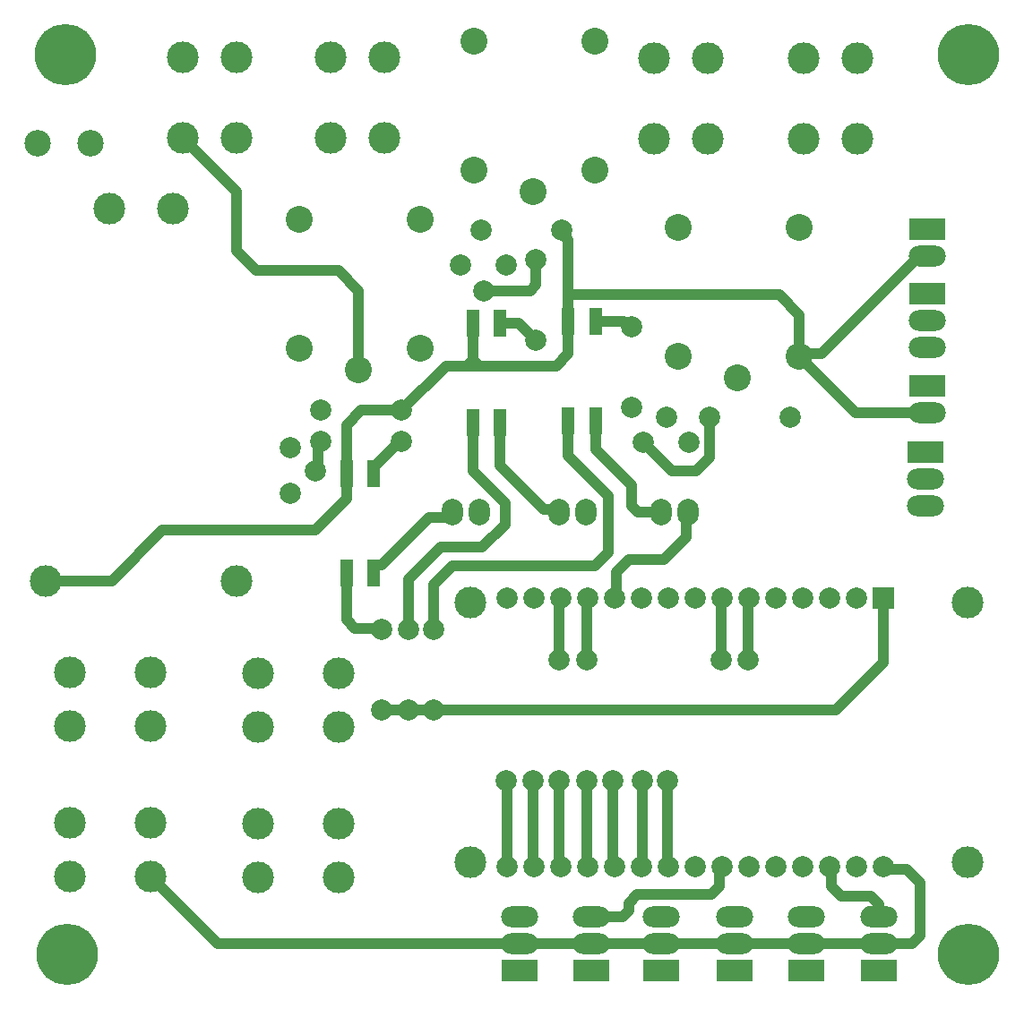
<source format=gtl>
G04*
G04 #@! TF.GenerationSoftware,Altium Limited,Altium Designer,20.0.13 (296)*
G04*
G04 Layer_Physical_Order=1*
G04 Layer_Color=255*
%FSLAX25Y25*%
%MOIN*%
G70*
G01*
G75*
%ADD29R,0.05118X0.09843*%
%ADD30C,0.03937*%
%ADD31C,0.09843*%
%ADD32C,0.07874*%
%ADD33C,0.11811*%
%ADD34O,0.07874X0.09843*%
%ADD35R,0.07874X0.07874*%
%ADD36C,0.10000*%
%ADD37R,0.13780X0.07874*%
%ADD38O,0.13780X0.07874*%
%ADD39C,0.22835*%
%ADD40C,0.03937*%
D29*
X313480Y358504D02*
D03*
X323520D02*
D03*
Y321496D02*
D03*
X313480D02*
D03*
X277980Y358004D02*
D03*
X288020D02*
D03*
Y320996D02*
D03*
X277980D02*
D03*
X230980Y302004D02*
D03*
X241020D02*
D03*
Y264996D02*
D03*
X230980D02*
D03*
D30*
Y292480D02*
Y319980D01*
X313480Y368500D02*
X392000D01*
X399500Y361000D01*
X313480Y358504D02*
Y368500D01*
Y388954D01*
X420500Y324500D02*
X447000D01*
X399500Y345500D02*
X420500Y324500D01*
X444047Y383000D02*
X447000D01*
X407707Y346660D02*
X444047Y383000D01*
X400660Y346660D02*
X407707D01*
X399500Y345500D02*
X400660Y346660D01*
X399500Y345500D02*
Y361000D01*
X330583Y255500D02*
X331336Y256253D01*
Y265336D01*
X336000Y270000D01*
X349000D01*
X357247Y278247D01*
Y286747D02*
X358000Y287500D01*
X357247Y278247D02*
Y286747D01*
X366000Y308000D02*
Y323000D01*
X361000Y303000D02*
X366000Y308000D01*
X352000Y303000D02*
X361000D01*
X341500Y313500D02*
X352000Y303000D01*
X337000Y290000D02*
Y297500D01*
X323520Y310980D02*
X337000Y297500D01*
Y290000D02*
X339500Y287500D01*
X313480Y308520D02*
X328500Y293500D01*
Y272500D02*
Y293500D01*
X323500Y267500D02*
X328500Y272500D01*
X339500Y287500D02*
X348000D01*
X346262Y289238D02*
X348000Y287500D01*
X323520Y310980D02*
Y321496D01*
X313480Y308520D02*
Y321496D01*
X270500Y267500D02*
X323500D01*
X309000Y288500D02*
X310000Y287500D01*
X304500Y288500D02*
X309000D01*
X288020Y304980D02*
X304500Y288500D01*
X290000Y283000D02*
Y291000D01*
X281500Y274500D02*
X290000Y283000D01*
X277980Y303020D02*
X290000Y291000D01*
X288020Y304980D02*
Y320996D01*
X263500Y260500D02*
X270500Y267500D01*
X263500Y244000D02*
Y260500D01*
X254000Y244000D02*
Y262500D01*
X266000Y274500D01*
X281500D01*
X277980Y303020D02*
Y320996D01*
X243657Y244342D02*
X244000Y244000D01*
X234157Y244342D02*
X243657D01*
X230980Y247520D02*
X234157Y244342D01*
X230980Y247520D02*
Y264996D01*
X241020D02*
Y267358D01*
X241610Y267949D01*
X243972D01*
X261786Y285762D01*
X268762D01*
X270500Y287500D01*
X219500Y303000D02*
X220253Y303753D01*
Y311688D01*
X221500Y312935D01*
Y314000D01*
X241020Y302004D02*
Y304366D01*
X250654Y314000D01*
X251500D01*
X230980Y319980D02*
X236500Y325500D01*
X251500D01*
X219500Y281000D02*
X230980Y292480D01*
X162500Y281000D02*
X219500D01*
X143634Y262134D02*
X162500Y281000D01*
X119093Y262134D02*
X143634D01*
X288020Y358004D02*
X294996D01*
X301500Y351500D01*
X282000Y370000D02*
X299194D01*
X301500Y372306D02*
Y381500D01*
X299194Y370000D02*
X301500Y372306D01*
X323520Y358504D02*
X333931D01*
X335935Y356500D01*
X337000D01*
X311000Y391435D02*
X313480Y388954D01*
X311000Y391435D02*
Y392500D01*
X275674Y342000D02*
X280287D01*
X268000D02*
X275674D01*
X277980Y344306D01*
X251500Y325500D02*
X268000Y342000D01*
X313480Y346480D02*
Y358504D01*
X309000Y342000D02*
X313480Y346480D01*
X280287Y342000D02*
X309000D01*
X277980Y344306D02*
Y358004D01*
Y344306D02*
X280287Y342000D01*
X350500Y155583D02*
Y187500D01*
Y155583D02*
X350583Y155500D01*
X341000Y155917D02*
Y187500D01*
X340583Y155500D02*
X341000Y155917D01*
X330000Y156083D02*
Y187500D01*
Y156083D02*
X330583Y155500D01*
X320500Y155583D02*
Y187500D01*
Y155583D02*
X320583Y155500D01*
X310000Y156083D02*
Y187500D01*
Y156083D02*
X310583Y155500D01*
X300500Y155583D02*
Y187500D01*
Y155583D02*
X300583Y155500D01*
X290500Y187500D02*
X290583Y187417D01*
Y155500D02*
Y187417D01*
X380500Y232500D02*
Y255417D01*
X380583Y255500D01*
X370500Y232500D02*
Y255417D01*
X370583Y255500D01*
X320500Y232500D02*
Y255417D01*
X320583Y255500D01*
X310000Y232500D02*
Y254917D01*
X310583Y255500D01*
X310500Y155583D02*
X310583Y155500D01*
X300583D02*
X301000Y155917D01*
X290500Y156417D02*
X291000Y155917D01*
X290583Y155500D02*
X291000Y155917D01*
X430583Y231583D02*
Y255500D01*
X413000Y214000D02*
X430583Y231583D01*
X263500Y214000D02*
X413000D01*
X254000D02*
X263500D01*
X244000D02*
X254000D01*
X336000Y139306D02*
Y142000D01*
X322000Y137000D02*
X333694D01*
X336000Y139306D01*
Y142000D02*
X339165Y145165D01*
X366665D01*
X369829Y148329D01*
Y154747D02*
X370583Y155500D01*
X369829Y148329D02*
Y154747D01*
X429000Y138000D02*
X429500Y137500D01*
X426000Y144500D02*
X429000Y141500D01*
X415000Y144500D02*
X426000D01*
X429000Y138000D02*
Y141500D01*
Y137000D02*
X429500Y137500D01*
X425294Y138819D02*
X427113Y137000D01*
X429000D01*
X411336Y148164D02*
X415000Y144500D01*
X410583Y155500D02*
X411336Y154747D01*
Y148164D02*
Y154747D01*
X429000Y127000D02*
X441500D01*
X444500Y130000D01*
Y149500D01*
X439253Y154747D02*
X444500Y149500D01*
X430583Y155500D02*
X431336Y154747D01*
X439253D01*
X402000Y127000D02*
X429000D01*
X375500D02*
X402000D01*
X348000D02*
X375500D01*
X322000D02*
X348000D01*
X295500D02*
X322000D01*
X183000D02*
X295500D01*
X158000Y152000D02*
X183000Y127000D01*
X190000Y385000D02*
Y407000D01*
X197500Y377500D02*
X228000D01*
X190000Y385000D02*
X197500Y377500D01*
X228000D02*
X235500Y370000D01*
Y340500D02*
Y370000D01*
X170000Y427000D02*
X190000Y407000D01*
D31*
X116000Y425000D02*
D03*
X135685D02*
D03*
D32*
X221500Y314000D02*
D03*
X251500D02*
D03*
X301500Y381500D02*
D03*
Y351500D02*
D03*
X337000Y326500D02*
D03*
Y356500D02*
D03*
X263500Y244000D02*
D03*
Y214000D02*
D03*
X254000Y244000D02*
D03*
Y214000D02*
D03*
X244000Y244000D02*
D03*
Y214000D02*
D03*
X290583Y155500D02*
D03*
X300583D02*
D03*
X310583D02*
D03*
X320583D02*
D03*
X330583D02*
D03*
X340583D02*
D03*
X350583D02*
D03*
X360583D02*
D03*
X370583D02*
D03*
X380583D02*
D03*
X390583D02*
D03*
X400583D02*
D03*
X410583D02*
D03*
X420583D02*
D03*
X430583D02*
D03*
X290583Y255500D02*
D03*
X300583D02*
D03*
X310583D02*
D03*
X320583D02*
D03*
X330583D02*
D03*
X340583D02*
D03*
X350583D02*
D03*
X360583D02*
D03*
X370583D02*
D03*
X380583D02*
D03*
X390583D02*
D03*
X400583D02*
D03*
X410583D02*
D03*
X420583D02*
D03*
X358500Y313500D02*
D03*
X350000Y323000D02*
D03*
X341500Y313500D02*
D03*
X366000Y323000D02*
D03*
X396000D02*
D03*
X281000Y392500D02*
D03*
X311000D02*
D03*
X273500Y379500D02*
D03*
X282000Y370000D02*
D03*
X290500Y379500D02*
D03*
X221500Y325500D02*
D03*
X251500D02*
D03*
X210000Y294500D02*
D03*
X219500Y303000D02*
D03*
X210000Y311500D02*
D03*
X290500Y187500D02*
D03*
X350500D02*
D03*
X341000D02*
D03*
X330000D02*
D03*
X320500D02*
D03*
X310000D02*
D03*
X300500D02*
D03*
X310000Y232500D02*
D03*
X320500D02*
D03*
X380500D02*
D03*
X370500D02*
D03*
D33*
X401000Y426500D02*
D03*
Y456500D02*
D03*
X421000Y426500D02*
D03*
Y456500D02*
D03*
X345500Y426500D02*
D03*
Y456500D02*
D03*
X365500Y426500D02*
D03*
Y456500D02*
D03*
X225000Y427000D02*
D03*
Y457000D02*
D03*
X245000Y427000D02*
D03*
Y457000D02*
D03*
X170000Y427000D02*
D03*
Y457000D02*
D03*
X190000Y427000D02*
D03*
Y457000D02*
D03*
X189959Y262134D02*
D03*
X119093D02*
D03*
X142715Y400716D02*
D03*
X166337D02*
D03*
X461921Y253847D02*
D03*
Y157350D02*
D03*
X277079D02*
D03*
Y253847D02*
D03*
X228000Y207500D02*
D03*
X198000D02*
D03*
X228000Y227500D02*
D03*
X198000D02*
D03*
X158000Y208000D02*
D03*
X128000D02*
D03*
X158000Y228000D02*
D03*
X128000D02*
D03*
X228000Y151500D02*
D03*
X198000D02*
D03*
X228000Y171500D02*
D03*
X198000D02*
D03*
X158000Y152000D02*
D03*
X128000D02*
D03*
X158000Y172000D02*
D03*
X128000D02*
D03*
D34*
X358000Y287500D02*
D03*
X348000D02*
D03*
X320000D02*
D03*
X310000D02*
D03*
X280500D02*
D03*
X270500D02*
D03*
D35*
X430583Y255500D02*
D03*
D36*
X399500Y393500D02*
D03*
X354500D02*
D03*
X376500Y337500D02*
D03*
X399500Y345500D02*
D03*
X354500D02*
D03*
X258500Y396500D02*
D03*
X213500D02*
D03*
X235500Y340500D02*
D03*
X258500Y348500D02*
D03*
X213500D02*
D03*
X323500Y463000D02*
D03*
X278500D02*
D03*
X300500Y407000D02*
D03*
X323500Y415000D02*
D03*
X278500D02*
D03*
D37*
X447000Y393000D02*
D03*
Y334500D02*
D03*
Y369000D02*
D03*
X446500Y310000D02*
D03*
X295500Y117000D02*
D03*
X322000D02*
D03*
X348000D02*
D03*
X375500D02*
D03*
X402000D02*
D03*
X429000D02*
D03*
D38*
X447000Y383000D02*
D03*
Y324500D02*
D03*
Y359000D02*
D03*
Y349000D02*
D03*
X446500Y300000D02*
D03*
Y290000D02*
D03*
X295500Y127000D02*
D03*
Y137000D02*
D03*
X322000Y127000D02*
D03*
Y137000D02*
D03*
X348000Y127000D02*
D03*
Y137000D02*
D03*
X375500Y127000D02*
D03*
Y137000D02*
D03*
X402000Y127000D02*
D03*
Y137000D02*
D03*
X429000Y127000D02*
D03*
Y137000D02*
D03*
D39*
X126500Y458000D02*
D03*
X127000Y123000D02*
D03*
X462500D02*
D03*
Y458000D02*
D03*
D40*
X132624Y451875D02*
D03*
X120376D02*
D03*
X117839Y458000D02*
D03*
X120376Y464124D02*
D03*
X132821Y464223D02*
D03*
X135358Y458098D02*
D03*
X126500Y449339D02*
D03*
Y466661D02*
D03*
X133124Y116876D02*
D03*
X120876D02*
D03*
X118339Y123000D02*
D03*
X120876Y129124D02*
D03*
X133321Y129223D02*
D03*
X135858Y123098D02*
D03*
X127000Y114339D02*
D03*
Y131661D02*
D03*
X468624Y116876D02*
D03*
X456376D02*
D03*
X453839Y123000D02*
D03*
X456376Y129124D02*
D03*
X468821Y129223D02*
D03*
X471358Y123098D02*
D03*
X462500Y114339D02*
D03*
Y131661D02*
D03*
X468624Y451875D02*
D03*
X456376D02*
D03*
X453839Y458000D02*
D03*
X456376Y464124D02*
D03*
X468821Y464223D02*
D03*
X471358Y458098D02*
D03*
X462500Y449339D02*
D03*
Y466661D02*
D03*
M02*

</source>
